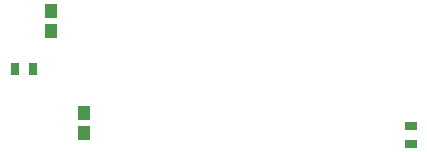
<source format=gbr>
%TF.GenerationSoftware,Altium Limited,Altium Designer,24.2.2 (26)*%
G04 Layer_Color=128*
%FSLAX45Y45*%
%MOMM*%
%TF.SameCoordinates,259198F7-C233-4D65-A8A2-2B75CB696E96*%
%TF.FilePolarity,Positive*%
%TF.FileFunction,Paste,Bot*%
%TF.Part,Single*%
G01*
G75*
%TA.AperFunction,SMDPad,CuDef*%
%ADD14R,1.06822X1.20651*%
%ADD27R,0.80000X1.00000*%
%ADD28R,1.00000X0.80000*%
D14*
X5816600Y3206786D02*
D03*
Y3041614D02*
D03*
X5537200Y3905214D02*
D03*
Y4070386D02*
D03*
D27*
X5383601Y3581400D02*
D03*
X5233599D02*
D03*
D28*
X8585200Y3097601D02*
D03*
Y2947599D02*
D03*
%TF.MD5,79def0584b442d92f19dabe45895f9c8*%
M02*

</source>
